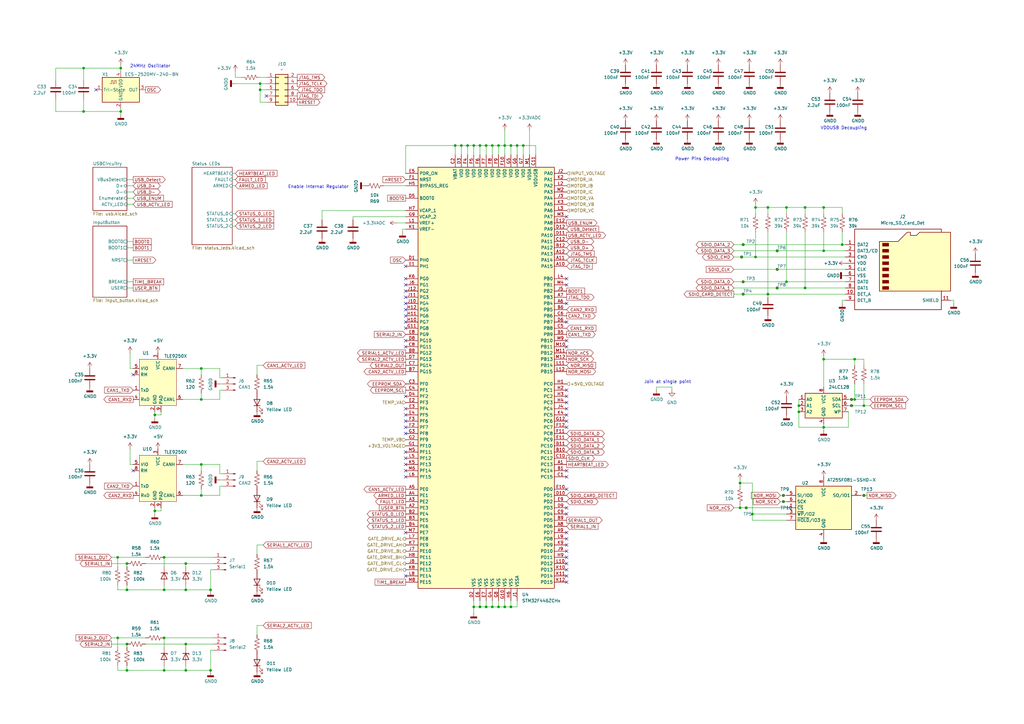
<source format=kicad_sch>
(kicad_sch (version 20211123) (generator eeschema)
  (paper "A3")
  (junction (at 354.33 203.2))
  (junction (at 196.85 59.69))
  (junction (at 303.53 198.12))
  (junction (at 52.07 274.955))
  (junction (at 191.77 59.69))
  (junction (at 309.88 105.41))
  (junction (at 349.25 166.37))
  (junction (at 327.66 166.37))
  (junction (at 309.88 85.09))
  (junction (at 63.5 209.55))
  (junction (at 106.68 36.83))
  (junction (at 34.29 27.94))
  (junction (at 76.2 264.16))
  (junction (at 67.31 261.62))
  (junction (at 76.2 231.14))
  (junction (at 196.85 248.92))
  (junction (at 350.52 163.83))
  (junction (at 194.31 248.92))
  (junction (at 304.165 105.41))
  (junction (at 201.93 248.92))
  (junction (at 63.5 170.18))
  (junction (at 209.55 248.92))
  (junction (at 86.36 241.935))
  (junction (at 201.93 59.69))
  (junction (at 34.29 45.72))
  (junction (at 337.82 85.09))
  (junction (at 303.53 208.28))
  (junction (at 49.53 45.72))
  (junction (at 67.31 228.6))
  (junction (at 207.01 59.69))
  (junction (at 194.31 59.69))
  (junction (at 304.8 100.33))
  (junction (at 67.31 241.935))
  (junction (at 304.8 115.57))
  (junction (at 349.25 163.83))
  (junction (at 318.77 102.87))
  (junction (at 337.82 147.32))
  (junction (at 207.01 248.92))
  (junction (at 322.58 85.09))
  (junction (at 314.96 120.65))
  (junction (at 48.26 228.6))
  (junction (at 330.2 118.11))
  (junction (at 86.36 274.955))
  (junction (at 318.77 110.49))
  (junction (at 306.07 208.28))
  (junction (at 314.96 85.09))
  (junction (at 318.77 118.11))
  (junction (at 199.39 248.92))
  (junction (at 76.2 274.955))
  (junction (at 82.55 163.83))
  (junction (at 330.2 85.09))
  (junction (at 322.58 115.57))
  (junction (at 345.44 100.33))
  (junction (at 106.68 34.29))
  (junction (at 209.55 59.69))
  (junction (at 304.8 120.65))
  (junction (at 350.52 147.32))
  (junction (at 327.66 168.91))
  (junction (at 337.82 102.87))
  (junction (at 49.53 27.94))
  (junction (at 52.07 264.16))
  (junction (at 52.07 241.935))
  (junction (at 82.55 203.2))
  (junction (at 189.23 59.69))
  (junction (at 52.07 231.14))
  (junction (at 82.55 190.5))
  (junction (at 337.82 175.26))
  (junction (at 48.26 261.62))
  (junction (at 354.33 166.37))
  (junction (at 199.39 59.69))
  (junction (at 214.63 59.69))
  (junction (at 321.31 203.2))
  (junction (at 204.47 59.69))
  (junction (at 204.47 248.92))
  (junction (at 76.2 241.935))
  (junction (at 308.61 210.82))
  (junction (at 321.31 205.74))
  (junction (at 67.31 274.955))
  (junction (at 82.55 151.13))
  (junction (at 186.69 59.69))
  (junction (at 212.09 59.69))
  (no_connect (at 54.61 153.67))
  (no_connect (at 54.61 193.04))
  (no_connect (at 232.41 124.46))
  (no_connect (at 166.37 114.3))
  (no_connect (at 166.37 134.62))
  (no_connect (at 166.37 132.08))
  (no_connect (at 166.37 129.54))
  (no_connect (at 166.37 139.7))
  (no_connect (at 166.37 142.24))
  (no_connect (at 166.37 127))
  (no_connect (at 166.37 124.46))
  (no_connect (at 166.37 121.92))
  (no_connect (at 166.37 119.38))
  (no_connect (at 166.37 116.84))
  (no_connect (at 166.37 162.56))
  (no_connect (at 166.37 167.64))
  (no_connect (at 166.37 170.18))
  (no_connect (at 166.37 172.72))
  (no_connect (at 166.37 175.26))
  (no_connect (at 166.37 177.8))
  (no_connect (at 166.37 185.42))
  (no_connect (at 166.37 187.96))
  (no_connect (at 166.37 190.5))
  (no_connect (at 109.22 39.37))
  (no_connect (at 166.37 218.44))
  (no_connect (at 166.37 236.22))
  (no_connect (at 232.41 238.76))
  (no_connect (at 232.41 236.22))
  (no_connect (at 232.41 233.68))
  (no_connect (at 232.41 231.14))
  (no_connect (at 232.41 228.6))
  (no_connect (at 232.41 226.06))
  (no_connect (at 232.41 139.7))
  (no_connect (at 232.41 142.24))
  (no_connect (at 232.41 132.08))
  (no_connect (at 232.41 210.82))
  (no_connect (at 232.41 208.28))
  (no_connect (at 232.41 200.66))
  (no_connect (at 232.41 223.52))
  (no_connect (at 232.41 220.98))
  (no_connect (at 232.41 218.44))
  (no_connect (at 232.41 195.58))
  (no_connect (at 232.41 193.04))
  (no_connect (at 232.41 175.26))
  (no_connect (at 232.41 172.72))
  (no_connect (at 232.41 170.18))
  (no_connect (at 232.41 167.64))
  (no_connect (at 232.41 165.1))
  (no_connect (at 232.41 162.56))
  (no_connect (at 232.41 160.02))
  (no_connect (at 232.41 116.84))
  (no_connect (at 232.41 114.3))
  (no_connect (at 232.41 88.9))
  (no_connect (at 166.37 193.04))
  (no_connect (at 166.37 195.58))
  (no_connect (at 39.37 36.83))
  (no_connect (at 166.37 109.22))
  (wire (pts (xy 309.88 85.09) (xy 309.88 87.63)))
  (wire (pts (xy 304.8 120.65) (xy 314.96 120.65)))
  (wire (pts (xy 49.53 45.72) (xy 49.53 46.99)))
  (wire (pts (xy 22.86 27.94) (xy 34.29 27.94)))
  (wire (pts (xy 330.2 118.11) (xy 330.2 95.25)))
  (wire (pts (xy 34.29 27.94) (xy 49.53 27.94)))
  (wire (pts (xy 66.04 208.28) (xy 66.04 209.55)))
  (wire (pts (xy 76.2 273.05) (xy 76.2 274.955)))
  (wire (pts (xy 322.58 213.36) (xy 308.61 213.36)))
  (wire (pts (xy 52.07 76.2) (xy 54.61 76.2)))
  (wire (pts (xy 90.17 194.31) (xy 91.44 194.31)))
  (wire (pts (xy 82.55 163.83) (xy 90.17 163.83)))
  (wire (pts (xy 90.17 196.85) (xy 91.44 196.85)))
  (wire (pts (xy 109.22 36.83) (xy 106.68 36.83)))
  (wire (pts (xy 269.24 160.02) (xy 269.24 158.75)))
  (wire (pts (xy 45.72 264.16) (xy 52.07 264.16)))
  (wire (pts (xy 48.26 261.62) (xy 59.69 261.62)))
  (wire (pts (xy 209.55 248.92) (xy 207.01 248.92)))
  (wire (pts (xy 219.71 59.69) (xy 214.63 59.69)))
  (wire (pts (xy 207.01 248.92) (xy 204.47 248.92)))
  (wire (pts (xy 52.07 81.28) (xy 54.61 81.28)))
  (wire (pts (xy 48.26 241.935) (xy 52.07 241.935)))
  (wire (pts (xy 354.33 149.86) (xy 354.33 147.32)))
  (wire (pts (xy 106.68 41.91) (xy 106.68 36.83)))
  (wire (pts (xy 106.68 34.29) (xy 109.22 34.29)))
  (wire (pts (xy 275.59 158.75) (xy 275.59 160.02)))
  (wire (pts (xy 53.34 144.78) (xy 53.34 151.13)))
  (wire (pts (xy 186.69 63.5) (xy 186.69 59.69)))
  (wire (pts (xy 107.95 149.86) (xy 105.41 149.86)))
  (wire (pts (xy 337.82 146.05) (xy 337.82 147.32)))
  (wire (pts (xy 76.2 231.14) (xy 87.63 231.14)))
  (wire (pts (xy 52.07 273.05) (xy 52.07 274.955)))
  (wire (pts (xy 63.5 170.18) (xy 63.5 171.45)))
  (wire (pts (xy 303.53 208.28) (xy 306.07 208.28)))
  (wire (pts (xy 306.07 208.28) (xy 322.58 208.28)))
  (wire (pts (xy 67.31 240.03) (xy 67.31 241.935)))
  (wire (pts (xy 347.98 175.26) (xy 337.82 175.26)))
  (wire (pts (xy 48.26 228.6) (xy 48.26 232.41)))
  (wire (pts (xy 132.08 86.36) (xy 166.37 86.36)))
  (wire (pts (xy 199.39 59.69) (xy 201.93 59.69)))
  (wire (pts (xy 74.93 163.83) (xy 82.55 163.83)))
  (wire (pts (xy 76.2 264.16) (xy 87.63 264.16)))
  (wire (pts (xy 204.47 59.69) (xy 204.47 63.5)))
  (wire (pts (xy 300.99 102.87) (xy 318.77 102.87)))
  (wire (pts (xy 66.04 209.55) (xy 63.5 209.55)))
  (wire (pts (xy 300.99 208.28) (xy 303.53 208.28)))
  (wire (pts (xy 66.04 168.91) (xy 66.04 170.18)))
  (wire (pts (xy 67.31 273.05) (xy 67.31 274.955)))
  (wire (pts (xy 321.31 203.2) (xy 322.58 203.2)))
  (wire (pts (xy 82.55 190.5) (xy 90.17 190.5)))
  (wire (pts (xy 354.33 166.37) (xy 356.87 166.37)))
  (wire (pts (xy 204.47 59.69) (xy 207.01 59.69)))
  (wire (pts (xy 303.53 198.12) (xy 303.53 199.39)))
  (wire (pts (xy 207.01 53.34) (xy 207.01 59.69)))
  (wire (pts (xy 347.98 168.91) (xy 347.98 175.26)))
  (wire (pts (xy 90.17 190.5) (xy 90.17 194.31)))
  (wire (pts (xy 144.78 88.9) (xy 166.37 88.9)))
  (wire (pts (xy 320.04 203.2) (xy 321.31 203.2)))
  (wire (pts (xy 194.31 246.38) (xy 194.31 248.92)))
  (wire (pts (xy 303.53 196.85) (xy 303.53 198.12)))
  (wire (pts (xy 350.52 149.86) (xy 350.52 147.32)))
  (wire (pts (xy 67.31 261.62) (xy 87.63 261.62)))
  (wire (pts (xy 52.07 231.14) (xy 52.07 232.41)))
  (wire (pts (xy 67.31 274.955) (xy 76.2 274.955)))
  (wire (pts (xy 201.93 248.92) (xy 199.39 248.92)))
  (wire (pts (xy 90.17 157.48) (xy 91.44 157.48)))
  (wire (pts (xy 199.39 59.69) (xy 199.39 63.5)))
  (wire (pts (xy 346.71 118.11) (xy 330.2 118.11)))
  (wire (pts (xy 318.77 118.11) (xy 330.2 118.11)))
  (wire (pts (xy 132.08 90.17) (xy 132.08 86.36)))
  (wire (pts (xy 165.1 93.98) (xy 166.37 93.98)))
  (wire (pts (xy 201.93 246.38) (xy 201.93 248.92)))
  (wire (pts (xy 350.52 157.48) (xy 350.52 163.83)))
  (wire (pts (xy 327.66 166.37) (xy 327.66 168.91)))
  (wire (pts (xy 66.04 170.18) (xy 63.5 170.18)))
  (wire (pts (xy 90.17 199.39) (xy 91.44 199.39)))
  (wire (pts (xy 354.33 147.32) (xy 350.52 147.32)))
  (wire (pts (xy 82.55 151.13) (xy 82.55 153.67)))
  (wire (pts (xy 166.37 59.69) (xy 186.69 59.69)))
  (wire (pts (xy 76.2 264.16) (xy 76.2 265.43)))
  (wire (pts (xy 309.88 105.41) (xy 346.71 105.41)))
  (wire (pts (xy 96.52 29.21) (xy 96.52 31.75)))
  (wire (pts (xy 322.58 210.82) (xy 308.61 210.82)))
  (wire (pts (xy 157.48 76.2) (xy 166.37 76.2)))
  (wire (pts (xy 82.55 200.66) (xy 82.55 203.2)))
  (wire (pts (xy 107.95 189.23) (xy 105.41 189.23)))
  (wire (pts (xy 90.17 160.02) (xy 91.44 160.02)))
  (wire (pts (xy 22.86 45.72) (xy 34.29 45.72)))
  (wire (pts (xy 95.25 76.2) (xy 96.52 76.2)))
  (wire (pts (xy 217.17 53.34) (xy 217.17 63.5)))
  (wire (pts (xy 52.07 101.6) (xy 54.61 101.6)))
  (wire (pts (xy 34.29 40.64) (xy 34.29 45.72)))
  (wire (pts (xy 345.44 87.63) (xy 345.44 85.09)))
  (wire (pts (xy 86.36 274.955) (xy 86.36 275.59)))
  (wire (pts (xy 194.31 59.69) (xy 194.31 63.5)))
  (wire (pts (xy 345.44 95.25) (xy 345.44 100.33)))
  (wire (pts (xy 353.06 203.2) (xy 354.33 203.2)))
  (wire (pts (xy 52.07 118.11) (xy 54.61 118.11)))
  (wire (pts (xy 309.88 95.25) (xy 309.88 105.41)))
  (wire (pts (xy 52.07 99.06) (xy 54.61 99.06)))
  (wire (pts (xy 322.58 85.09) (xy 314.96 85.09)))
  (wire (pts (xy 201.93 59.69) (xy 204.47 59.69)))
  (wire (pts (xy 90.17 151.13) (xy 90.17 154.94)))
  (wire (pts (xy 350.52 163.83) (xy 356.87 163.83)))
  (wire (pts (xy 52.07 83.82) (xy 54.61 83.82)))
  (wire (pts (xy 309.88 83.82) (xy 309.88 85.09)))
  (wire (pts (xy 76.2 240.03) (xy 76.2 241.935)))
  (wire (pts (xy 109.22 41.91) (xy 106.68 41.91)))
  (wire (pts (xy 354.33 157.48) (xy 354.33 166.37)))
  (wire (pts (xy 49.53 27.94) (xy 49.53 29.21)))
  (wire (pts (xy 95.25 71.12) (xy 96.52 71.12)))
  (wire (pts (xy 86.36 266.7) (xy 86.36 274.955)))
  (wire (pts (xy 201.93 59.69) (xy 201.93 63.5)))
  (wire (pts (xy 166.37 71.12) (xy 166.37 59.69)))
  (wire (pts (xy 95.25 73.66) (xy 96.52 73.66)))
  (wire (pts (xy 63.5 209.55) (xy 63.5 210.82)))
  (wire (pts (xy 337.82 147.32) (xy 337.82 158.75)))
  (wire (pts (xy 320.04 205.74) (xy 321.31 205.74)))
  (wire (pts (xy 63.5 208.28) (xy 63.5 209.55)))
  (wire (pts (xy 314.96 95.25) (xy 314.96 120.65)))
  (wire (pts (xy 191.77 59.69) (xy 191.77 63.5)))
  (wire (pts (xy 196.85 248.92) (xy 194.31 248.92)))
  (wire (pts (xy 321.31 205.74) (xy 322.58 205.74)))
  (wire (pts (xy 59.69 264.16) (xy 76.2 264.16)))
  (wire (pts (xy 204.47 246.38) (xy 204.47 248.92)))
  (wire (pts (xy 204.47 248.92) (xy 201.93 248.92)))
  (wire (pts (xy 52.07 106.68) (xy 54.61 106.68)))
  (wire (pts (xy 53.34 151.13) (xy 54.61 151.13)))
  (wire (pts (xy 76.2 241.935) (xy 86.36 241.935)))
  (wire (pts (xy 300.99 118.11) (xy 318.77 118.11)))
  (wire (pts (xy 199.39 246.38) (xy 199.39 248.92)))
  (wire (pts (xy 90.17 154.94) (xy 91.44 154.94)))
  (wire (pts (xy 52.07 78.74) (xy 54.61 78.74)))
  (wire (pts (xy 165.1 95.25) (xy 165.1 93.98)))
  (wire (pts (xy 189.23 59.69) (xy 189.23 63.5)))
  (wire (pts (xy 199.39 248.92) (xy 196.85 248.92)))
  (wire (pts (xy 207.01 59.69) (xy 207.01 63.5)))
  (wire (pts (xy 345.44 100.33) (xy 346.71 100.33)))
  (wire (pts (xy 67.31 241.935) (xy 76.2 241.935)))
  (wire (pts (xy 327.66 168.91) (xy 327.66 175.26)))
  (wire (pts (xy 304.8 100.33) (xy 345.44 100.33)))
  (wire (pts (xy 74.93 203.2) (xy 82.55 203.2)))
  (wire (pts (xy 86.36 241.935) (xy 86.36 242.57)))
  (wire (pts (xy 52.07 240.03) (xy 52.07 241.935)))
  (wire (pts (xy 327.66 163.83) (xy 327.66 166.37)))
  (wire (pts (xy 95.25 87.63) (xy 96.52 87.63)))
  (wire (pts (xy 349.25 166.37) (xy 347.98 166.37)))
  (wire (pts (xy 34.29 45.72) (xy 49.53 45.72)))
  (wire (pts (xy 96.52 31.75) (xy 99.06 31.75)))
  (wire (pts (xy 391.16 123.19) (xy 389.89 123.19)))
  (wire (pts (xy 349.25 163.83) (xy 347.98 163.83)))
  (wire (pts (xy 337.82 173.99) (xy 337.82 175.26)))
  (wire (pts (xy 337.82 87.63) (xy 337.82 85.09)))
  (wire (pts (xy 346.71 115.57) (xy 322.58 115.57)))
  (wire (pts (xy 48.26 273.05) (xy 48.26 274.955)))
  (wire (pts (xy 105.41 223.52) (xy 105.41 227.33)))
  (wire (pts (xy 48.26 240.03) (xy 48.26 241.935)))
  (wire (pts (xy 86.36 266.7) (xy 87.63 266.7)))
  (wire (pts (xy 350.52 147.32) (xy 337.82 147.32)))
  (wire (pts (xy 209.55 59.69) (xy 209.55 63.5)))
  (wire (pts (xy 95.25 90.17) (xy 96.52 90.17)))
  (wire (pts (xy 52.07 274.955) (xy 67.31 274.955)))
  (wire (pts (xy 309.88 85.09) (xy 314.96 85.09)))
  (wire (pts (xy 337.82 175.26) (xy 337.82 176.53)))
  (wire (pts (xy 53.34 190.5) (xy 54.61 190.5)))
  (wire (pts (xy 34.29 33.02) (xy 34.29 27.94)))
  (wire (pts (xy 308.61 213.36) (xy 308.61 210.82)))
  (wire (pts (xy 82.55 203.2) (xy 90.17 203.2)))
  (wire (pts (xy 196.85 59.69) (xy 199.39 59.69)))
  (wire (pts (xy 52.07 73.66) (xy 54.61 73.66)))
  (wire (pts (xy 105.41 189.23) (xy 105.41 193.04)))
  (wire (pts (xy 74.93 190.5) (xy 82.55 190.5)))
  (wire (pts (xy 22.86 40.64) (xy 22.86 45.72)))
  (wire (pts (xy 63.5 168.91) (xy 63.5 170.18)))
  (wire (pts (xy 106.68 31.75) (xy 109.22 31.75)))
  (wire (pts (xy 391.16 124.46) (xy 391.16 123.19)))
  (wire (pts (xy 82.55 151.13) (xy 90.17 151.13)))
  (wire (pts (xy 162.56 91.44) (xy 166.37 91.44)))
  (wire (pts (xy 214.63 59.69) (xy 214.63 63.5)))
  (wire (pts (xy 49.53 44.45) (xy 49.53 45.72)))
  (wire (pts (xy 303.53 207.01) (xy 303.53 208.28)))
  (wire (pts (xy 314.96 120.65) (xy 346.71 120.65)))
  (wire (pts (xy 207.01 246.38) (xy 207.01 248.92)))
  (wire (pts (xy 337.82 102.87) (xy 337.82 95.25)))
  (wire (pts (xy 49.53 26.67) (xy 49.53 27.94)))
  (wire (pts (xy 300.99 100.33) (xy 304.8 100.33)))
  (wire (pts (xy 304.165 105.41) (xy 309.88 105.41)))
  (wire (pts (xy 45.72 228.6) (xy 48.26 228.6)))
  (wire (pts (xy 300.99 105.41) (xy 304.165 105.41)))
  (wire (pts (xy 346.71 102.87) (xy 337.82 102.87)))
  (wire (pts (xy 48.26 261.62) (xy 48.26 265.43)))
  (wire (pts (xy 22.86 33.02) (xy 22.86 27.94)))
  (wire (pts (xy 105.41 256.54) (xy 105.41 260.35)))
  (wire (pts (xy 105.41 149.86) (xy 105.41 153.67)))
  (wire (pts (xy 107.95 223.52) (xy 105.41 223.52)))
  (wire (pts (xy 45.72 261.62) (xy 48.26 261.62)))
  (wire (pts (xy 212.09 246.38) (xy 212.09 248.92)))
  (wire (pts (xy 189.23 59.69) (xy 191.77 59.69)))
  (wire (pts (xy 90.17 203.2) (xy 90.17 199.39)))
  (wire (pts (xy 337.82 85.09) (xy 330.2 85.09)))
  (wire (pts (xy 318.77 110.49) (xy 346.71 110.49)))
  (wire (pts (xy 330.2 85.09) (xy 322.58 85.09)))
  (wire (pts (xy 106.68 34.29) (xy 106.68 36.83)))
  (wire (pts (xy 59.69 231.14) (xy 76.2 231.14)))
  (wire (pts (xy 52.07 241.935) (xy 67.31 241.935)))
  (wire (pts (xy 350.52 163.83) (xy 349.25 163.83)))
  (wire (pts (xy 322.58 87.63) (xy 322.58 85.09)))
  (wire (pts (xy 345.44 123.19) (xy 346.71 123.19)))
  (wire (pts (xy 345.44 124.46) (xy 345.44 123.19)))
  (wire (pts (xy 82.55 161.29) (xy 82.55 163.83)))
  (wire (pts (xy 209.55 246.38) (xy 209.55 248.92)))
  (wire (pts (xy 95.25 92.71) (xy 96.52 92.71)))
  (wire (pts (xy 96.52 34.29) (xy 106.68 34.29)))
  (wire (pts (xy 327.66 175.26) (xy 337.82 175.26)))
  (wire (pts (xy 269.24 158.75) (xy 275.59 158.75)))
  (wire (pts (xy 322.58 115.57) (xy 322.58 95.25)))
  (wire (pts (xy 86.36 233.68) (xy 87.63 233.68)))
  (wire (pts (xy 212.09 248.92) (xy 209.55 248.92)))
  (wire (pts (xy 314.96 85.09) (xy 314.96 87.63)))
  (wire (pts (xy 337.82 85.09) (xy 345.44 85.09)))
  (wire (pts (xy 107.95 256.54) (xy 105.41 256.54)))
  (wire (pts (xy 86.36 233.68) (xy 86.36 241.935)))
  (wire (pts (xy 354.33 166.37) (xy 349.25 166.37)))
  (wire (pts (xy 196.85 59.69) (xy 196.85 63.5)))
  (wire (pts (xy 144.78 90.17) (xy 144.78 88.9)))
  (wire (pts (xy 48.26 228.6) (xy 59.69 228.6)))
  (wire (pts (xy 48.26 274.955) (xy 52.07 274.955)))
  (wire (pts (xy 52.07 264.16) (xy 52.07 265.43)))
  (wire (pts (xy 82.55 190.5) (xy 82.55 193.04)))
  (wire (pts (xy 304.8 115.57) (xy 322.58 115.57)))
  (wire (pts (xy 318.77 102.87) (xy 337.82 102.87)))
  (wire (pts (xy 219.71 63.5) (xy 219.71 59.69)))
  (wire (pts (xy 300.99 120.65) (xy 304.8 120.65)))
  (wire (pts (xy 308.61 210.82) (xy 308.61 198.12)))
  (wire (pts (xy 196.85 246.38) (xy 196.85 248.92)))
  (wire (pts (xy 45.72 231.14) (xy 52.07 231.14)))
  (wire (pts (xy 191.77 59.69) (xy 194.31 59.69)))
  (wire (pts (xy 67.31 228.6) (xy 87.63 228.6)))
  (wire (pts (xy 212.09 59.69) (xy 214.63 59.69)))
  (wire (pts (xy 300.99 110.49) (xy 318.77 110.49)))
  (wire (pts (xy 186.69 59.69) (xy 189.23 59.69)))
  (wire (pts (xy 74.93 151.13) (xy 82.55 151.13)))
  (wire (pts (xy 90.17 163.83) (xy 90.17 160.02)))
  (wire (pts (xy 194.31 59.69) (xy 196.85 59.69)))
  (wire (pts (xy 354.33 203.2) (xy 355.6 203.2)))
  (wire (pts (xy 53.34 184.15) (xy 53.34 190.5)))
  (wire (pts (xy 209.55 59.69) (xy 212.09 59.69)))
  (wire (pts (xy 67.31 261.62) (xy 67.31 265.43)))
  (wire (pts (xy 330.2 87.63) (xy 330.2 85.09)))
  (wire (pts (xy 303.53 198.12) (xy 308.61 198.12)))
  (wire (pts (xy 207.01 59.69) (xy 209.55 59.69)))
  (wire (pts (xy 76.2 231.14) (xy 76.2 232.41)))
  (wire (pts (xy 52.07 115.57) (xy 54.61 115.57)))
  (wire (pts (xy 314.96 120.65) (xy 314.96 121.92)))
  (wire (pts (xy 300.99 115.57) (xy 304.8 115.57)))
  (wire (pts (xy 67.31 228.6) (xy 67.31 232.41)))
  (wire (pts (xy 76.2 274.955) (xy 86.36 274.955)))
  (wire (pts (xy 194.31 248.92) (xy 194.31 251.46)))
  (wire (pts (xy 212.09 59.69) (xy 212.09 63.5)))
  (text "24MHz Oscillator" (at 53.34 27.94 0) (effects (font (size 1.27 1.27)) (justify left bottom)))
  (text "Enable Internal Regulator" (at 118.11 77.47 0) (effects (font (size 1.27 1.27)) (justify left bottom)))
  (text "Power Pins Decoupling" (at 276.86 66.04 0) (effects (font (size 1.27 1.27)) (justify left bottom)))
  (text "VDDUSB Decoupling" (at 336.55 53.34 0) (effects (font (size 1.27 1.27)) (justify left bottom)))
  (text "Join at single point" (at 264.16 157.48 0) (effects (font (size 1.27 1.27)) (justify left bottom)))
  (global_label "NOR_MISO" (shape input) (at 232.41 149.86 0) (property "Intersheet References" "${INTERSHEET_REFS}" (effects hide)))
  (global_label "NOR_SCK" (shape output) (at 232.41 147.32 0) (property "Intersheet References" "${INTERSHEET_REFS}" (effects hide)))
  (global_label "SDIO_DATA_0" (shape bidirectional) (at 232.41 177.8 0) (property "Intersheet References" "${INTERSHEET_REFS}" (effects hide)))
  (global_label "NOR_nCS" (shape output) (at 232.41 144.78 0) (property "Intersheet References" "${INTERSHEET_REFS}" (effects hide)))
  (global_label "ARMED_LED" (shape input) (at 96.52 76.2 0) (property "Intersheet References" "${INTERSHEET_REFS}" (effects hide)))
  (global_label "BOOT0" (shape passive) (at 54.61 99.06 0) (property "Intersheet References" "${INTERSHEET_REFS}" (effects hide)))
  (global_label "CAN1_TXD" (shape output) (at 232.41 137.16 0) (property "Intersheet References" "${INTERSHEET_REFS}" (effects hide)))
  (global_label "USB_D+" (shape bidirectional) (at 54.61 76.2 0) (property "Intersheet References" "${INTERSHEET_REFS}" (effects hide)))
  (global_label "SDIO_CARD_DETECT" (shape input) (at 232.41 203.2 0) (property "Intersheet References" "${INTERSHEET_REFS}" (effects hide)))
  (global_label "JTAG_TCLK" (shape input) (at 232.41 106.68 0) (property "Intersheet References" "${INTERSHEET_REFS}" (effects hide)))
  (global_label "USB_D-" (shape bidirectional) (at 232.41 99.06 0) (property "Intersheet References" "${INTERSHEET_REFS}" (effects hide)))
  (global_label "SERIAL1_OUT" (shape output) (at 232.41 213.36 0) (property "Intersheet References" "${INTERSHEET_REFS}" (effects hide)))
  (global_label "SDIO_DATA_2" (shape bidirectional) (at 232.41 182.88 0) (property "Intersheet References" "${INTERSHEET_REFS}" (effects hide)))
  (global_label "HEARTBEAT_LED" (shape input) (at 96.52 71.12 0) (property "Intersheet References" "${INTERSHEET_REFS}" (effects hide)))
  (global_label "USB_ENUM" (shape output) (at 232.41 91.44 0) (property "Intersheet References" "${INTERSHEET_REFS}" (effects hide)))
  (global_label "SDIO_CLK" (shape output) (at 232.41 187.96 0) (property "Intersheet References" "${INTERSHEET_REFS}" (effects hide)))
  (global_label "EEPROM_SDA" (shape bidirectional) (at 166.37 157.48 180) (property "Intersheet References" "${INTERSHEET_REFS}" (effects hide)))
  (global_label "EEPROM_SCL" (shape input) (at 356.87 166.37 0) (property "Intersheet References" "${INTERSHEET_REFS}" (effects hide)))
  (global_label "ARMED_LED" (shape output) (at 166.37 203.2 180) (property "Intersheet References" "${INTERSHEET_REFS}" (effects hide)))
  (global_label "JTAG_TMS" (shape output) (at 121.92 31.75 0) (property "Intersheet References" "${INTERSHEET_REFS}" (effects hide)))
  (global_label "nRESET" (shape output) (at 54.61 106.68 0) (property "Intersheet References" "${INTERSHEET_REFS}" (effects hide)))
  (global_label "CAN2_RXD" (shape output) (at 54.61 203.2 180) (property "Intersheet References" "${INTERSHEET_REFS}" (effects hide)))
  (global_label "JTAG_TDO" (shape input) (at 121.92 36.83 0) (property "Intersheet References" "${INTERSHEET_REFS}" (effects hide)))
  (global_label "CAN2_TXD" (shape output) (at 232.41 129.54 0) (property "Intersheet References" "${INTERSHEET_REFS}" (effects hide)))
  (global_label "SDIO_CMD" (shape bidirectional) (at 232.41 205.74 0) (property "Intersheet References" "${INTERSHEET_REFS}" (effects hide)))
  (global_label "USB_D-" (shape bidirectional) (at 54.61 78.74 0) (property "Intersheet References" "${INTERSHEET_REFS}" (effects hide)))
  (global_label "USB_D+" (shape bidirectional) (at 232.41 101.6 0) (property "Intersheet References" "${INTERSHEET_REFS}" (effects hide)))
  (global_label "STATUS_0_LED" (shape input) (at 96.52 87.63 0) (property "Intersheet References" "${INTERSHEET_REFS}" (effects hide)))
  (global_label "SDIO_DATA_0" (shape bidirectional) (at 300.99 115.57 180) (property "Intersheet References" "${INTERSHEET_REFS}" (effects hide)))
  (global_label "CAN1_ACTV_LED" (shape output) (at 166.37 200.66 180) (property "Intersheet References" "${INTERSHEET_REFS}" (effects hide)))
  (global_label "SDIO_CLK" (shape input) (at 300.99 110.49 180) (property "Intersheet References" "${INTERSHEET_REFS}" (effects hide)))
  (global_label "NOR_SCK" (shape input) (at 320.04 205.74 180) (property "Intersheet References" "${INTERSHEET_REFS}" (effects hide)))
  (global_label "JTAG_TDI" (shape output) (at 121.92 39.37 0) (property "Intersheet References" "${INTERSHEET_REFS}" (effects hide)))
  (global_label "BOOT1" (shape passive) (at 232.41 119.38 0) (property "Intersheet References" "${INTERSHEET_REFS}" (effects hide)))
  (global_label "SERIAL2_OUT" (shape input) (at 45.72 261.62 180) (property "Intersheet References" "${INTERSHEET_REFS}" (effects hide)))
  (global_label "CAN2_ACTV_LED" (shape output) (at 166.37 152.4 180) (property "Intersheet References" "${INTERSHEET_REFS}" (effects hide)))
  (global_label "NOR_nCS" (shape input) (at 300.99 208.28 180) (property "Intersheet References" "${INTERSHEET_REFS}" (effects hide)))
  (global_label "SERIAL2_IN" (shape input) (at 166.37 137.16 180) (property "Intersheet References" "${INTERSHEET_REFS}" (effects hide)))
  (global_label "JTAG_TCLK" (shape output) (at 121.92 34.29 0) (property "Intersheet References" "${INTERSHEET_REFS}" (effects hide)))
  (global_label "NOR_MISO" (shape output) (at 355.6 203.2 0) (property "Intersheet References" "${INTERSHEET_REFS}" (effects hide)))
  (global_label "SDIO_DATA_3" (shape bidirectional) (at 300.99 102.87 180) (property "Intersheet References" "${INTERSHEET_REFS}" (effects hide)))
  (global_label "SDIO_DATA_1" (shape bidirectional) (at 300.99 118.11 180) (property "Intersheet References" "${INTERSHEET_REFS}" (effects hide)))
  (global_label "STATUS_0_LED" (shape output) (at 166.37 210.82 180) (property "Intersheet References" "${INTERSHEET_REFS}" (effects hide)))
  (global_label "SDIO_CMD" (shape bidirectional) (at 300.99 105.41 180) (property "Intersheet References" "${INTERSHEET_REFS}" (effects hide)))
  (global_label "EEPROM_SCL" (shape output) (at 166.37 160.02 180) (property "Intersheet References" "${INTERSHEET_REFS}" (effects hide)))
  (global_label "CAN2_RXD" (shape input) (at 232.41 127 0) (property "Intersheet References" "${INTERSHEET_REFS}" (effects hide)))
  (global_label "CAN2_TXD" (shape input) (at 54.61 199.39 180) (property "Intersheet References" "${INTERSHEET_REFS}" (effects hide)))
  (global_label "USB_Detect" (shape output) (at 54.61 73.66 0) (property "Intersheet References" "${INTERSHEET_REFS}" (effects hide)))
  (global_label "SDIO_CARD_DETECT" (shape output) (at 300.99 120.65 180) (property "Intersheet References" "${INTERSHEET_REFS}" (effects hide)))
  (global_label "SERIAL1_OUT" (shape input) (at 45.72 228.6 180) (property "Intersheet References" "${INTERSHEET_REFS}" (effects hide)))
  (global_label "TIM1_BREAK" (shape passive) (at 166.37 238.76 180) (property "Intersheet References" "${INTERSHEET_REFS}" (effects hide)))
  (global_label "STATUS_2_LED" (shape output) (at 166.37 215.9 180) (property "Intersheet References" "${INTERSHEET_REFS}" (effects hide)))
  (global_label "SERIAL2_ACTV_LED" (shape input) (at 107.95 256.54 0) (property "Intersheet References" "${INTERSHEET_REFS}" (effects hide)))
  (global_label "USER_BTN" (shape passive) (at 54.61 118.11 0) (property "Intersheet References" "${INTERSHEET_REFS}" (effects hide)))
  (global_label "SERIAL1_ACTV_LED" (shape output) (at 166.37 144.78 180) (property "Intersheet References" "${INTERSHEET_REFS}" (effects hide)))
  (global_label "JTAG_TDI" (shape input) (at 232.41 109.22 0) (property "Intersheet References" "${INTERSHEET_REFS}" (effects hide)))
  (global_label "CAN1_RXD" (shape output) (at 54.61 163.83 180) (property "Intersheet References" "${INTERSHEET_REFS}" (effects hide)))
  (global_label "SERIAL1_ACTV_LED" (shape input) (at 107.95 223.52 0) (property "Intersheet References" "${INTERSHEET_REFS}" (effects hide)))
  (global_label "USB_ACTV_LED" (shape input) (at 54.61 83.82 0) (property "Intersheet References" "${INTERSHEET_REFS}" (effects hide)))
  (global_label "BOOT0" (shape passive) (at 166.37 81.28 180) (property "Intersheet References" "${INTERSHEET_REFS}" (effects hide)))
  (global_label "USB_ENUM" (shape input) (at 54.61 81.28 0) (property "Intersheet References" "${INTERSHEET_REFS}" (effects hide)))
  (global_label "JTAG_TDO" (shape output) (at 232.41 121.92 0) (property "Intersheet References" "${INTERSHEET_REFS}" (effects hide)))
  (global_label "USB_Detect" (shape input) (at 232.41 93.98 0) (property "Intersheet References" "${INTERSHEET_REFS}" (effects hide)))
  (global_label "OSC" (shape input) (at 166.37 106.68 180) (property "Intersheet References" "${INTERSHEET_REFS}" (effects hide)))
  (global_label "STATUS_1_LED" (shape output) (at 166.37 213.36 180) (property "Intersheet References" "${INTERSHEET_REFS}" (effects hide)))
  (global_label "JTAG_TMS" (shape input) (at 232.41 104.14 0) (property "Intersheet References" "${INTERSHEET_REFS}" (effects hide)))
  (global_label "SDIO_DATA_3" (shape bidirectional) (at 232.41 185.42 0) (property "Intersheet References" "${INTERSHEET_REFS}" (effects hide)))
  (global_label "nRESET" (shape input) (at 166.37 73.66 180) (property "Intersheet References" "${INTERSHEET_REFS}" (effects hide)))
  (global_label "CAN1_ACTV_LED" (shape input) (at 107.95 149.86 0) (property "Intersheet References" "${INTERSHEET_REFS}" (effects hide)))
  (global_label "SERIAL2_IN" (shape output) (at 45.72 264.16 180) (property "Intersheet References" "${INTERSHEET_REFS}" (effects hide)))
  (global_label "CAN1_RXD" (shape input) (at 232.41 134.62 0) (property "Intersheet References" "${INTERSHEET_REFS}" (effects hide)))
  (global_label "NOR_MOSI" (shape input) (at 320.04 203.2 180) (property "Intersheet References" "${INTERSHEET_REFS}" (effects hide)))
  (global_label "NOR_MOSI" (shape output) (at 232.41 152.4 0) (property "Intersheet References" "${INTERSHEET_REFS}" (effects hide)))
  (global_label "SDIO_DATA_2" (shape bidirectional) (at 300.99 100.33 180) (property "Intersheet References" "${INTERSHEET_REFS}" (effects hide)))
  (global_label "FAULT_LED" (shape output) (at 166.37 205.74 180) (property "Intersheet References" "${INTERSHEET_REFS}" (effects hide)))
  (global_label "SERIAL2_OUT" (shape output) (at 166.37 149.86 180) (property "Intersheet References" "${INTERSHEET_REFS}" (effects hide)))
  (global_label "FAULT_LED" (shape input) (at 96.52 73.66 0) (property "Intersheet References" "${INTERSHEET_REFS}" (effects hide)))
  (global_label "SERIAL1_IN" (shape input) (at 232.41 215.9 0) (property "Intersheet References" "${INTERSHEET_REFS}" (effects hide)))
  (global_label "STATUS_2_LED" (shape input) (at 96.52 92.71 0) (property "Intersheet References" "${INTERSHEET_REFS}" (effects hide)))
  (global_label "STATUS_1_LED" (shape input) (at 96.52 90.17 0) (property "Intersheet References" "${INTERSHEET_REFS}" (effects hide)))
  (global_label "CAN2_ACTV_LED" (shape input) (at 107.95 189.23 0) (property "Intersheet References" "${INTERSHEET_REFS}" (effects hide)))
  (global_label "OSC" (shape output) (at 59.69 36.83 0) (property "Intersheet References" "${INTERSHEET_REFS}" (effects hide)))
  (global_label "nRESET" (shape output) (at 121.92 41.91 0) (property "Intersheet References" "${INTERSHEET_REFS}" (effects hide)))
  (global_label "USB_ACTV_LED" (shape output) (at 232.41 96.52 0) (property "Intersheet References" "${INTERSHEET_REFS}" (effects hide)))
  (global_label "SERIAL1_IN" (shape output) (at 45.72 231.14 180) (property "Intersheet References" "${INTERSHEET_REFS}" (effects hide)))
  (global_label "HEARTBEAT_LED" (shape output) (at 232.41 190.5 0) (property "Intersheet References" "${INTERSHEET_REFS}" (effects hide)))
  (global_label "CAN1_TXD" (shape input) (at 54.61 160.02 180) (property "Intersheet References" "${INTERSHEET_REFS}" (effects hide)))
  (global_label "USER_BTN" (shape passive) (at 166.37 208.28 180) (property "Intersheet References" "${INTERSHEET_REFS}" (effects hide)))
  (global_label "SDIO_DATA_1" (shape bidirectional) (at 232.41 180.34 0) (property "Intersheet References" "${INTERSHEET_REFS}" (effects hide)))
  (global_label "EEPROM_SDA" (shape bidirectional) (at 356.87 163.83 0) (property "Intersheet References" "${INTERSHEET_REFS}" (effects hide)))
  (global_label "BOOT1" (shape passive) (at 54.61 101.6 0) (property "Intersheet References" "${INTERSHEET_REFS}" (effects hide)))
  (global_label "TIM1_BREAK" (shape passive) (at 54.61 115.57 0) (property "Intersheet References" "${INTERSHEET_REFS}" (effects hide)))
  (global_label "SERIAL2_ACTV_LED" (shape output) (at 166.37 147.32 180) (property "Intersheet References" "${INTERSHEET_REFS}" (effects hide)))
  (hierarchical_label "GATE_DRIVE_CH" (shape output) (at 166.37 233.68 180))
  (hierarchical_label "MOTOR_IB" (shape input) (at 232.41 76.2 0))
  (hierarchical_label "TEMP_VA" (shape input) (at 166.37 165.1 180))
  (hierarchical_label "INPUT_VOLTAGE" (shape input) (at 232.41 71.12 0))
  (hierarchical_label "+5V0_VOLTAGE" (shape input) (at 232.41 157.48 0))
  (hierarchical_label "MOTOR_VA" (shape input) (at 232.41 81.28 0))
  (hierarchical_label "MOTOR_VB" (shape input) (at 232.41 83.82 0))
  (hierarchical_label "MOTOR_VC" (shape input) (at 232.41 86.36 0))
  (hierarchical_label "GATE_DRIVE_AL" (shape output) (at 166.37 220.98 180))
  (hierarchical_label "GATE_DRIVE_CL" (shape output) (at 166.37 231.14 180))
  (hierarchical_label "MOTOR_IC" (shape input) (at 232.41 78.74 0))
  (hierarchical_label "MOTOR_IA" (shape input) (at 232.41 73.66 0))
  (hierarchical_label "GATE_DRIVE_BL" (shape output) (at 166.37 226.06 180))
  (hierarchical_label "TEMP_VB" (shape input) (at 166.37 180.34 180))
  (hierarchical_label "+3V3_VOLTAGE" (shape input) (at 166.37 182.88 180))
  (hierarchical_label "GATE_DRIVE_BH" (shape output) (at 166.37 228.6 180))
  (hierarchical_label "GATE_DRIVE_AH" (shape output) (at 166.37 223.52 180))
  (symbol (lib_id "Connector_Generic:Conn_02x05_Odd_Even") (at 114.3 36.83 0) (unit 1)
    (property "Reference" "J10" (at 115.57 26.2382 0))
    (property "Value" "~" (at 115.57 28.5496 0))
    (property "Footprint" "Connector_PinHeader_1.27mm:PinHeader_2x05_P1.27mm_Vertical" (effects hide))
    (property "DigiKey" "609-3712-ND" (effects hide))
  )
  (symbol (lib_id "power:+3.3V") (at 351.79 38.1 0) (unit 1)
    (property "Reference" "#PWR0121" (effects hide))
    (property "Value" "+3.3V" (at 351.79 33.02 0))
  )
  (symbol (lib_id "Device:C") (at 359.41 217.17 180) (unit 1)
    (property "Reference" "C55" (at 353.06 215.9 0) (effects (justify right)))
    (property "Value" "100nF" (at 350.52 218.44 0) (effects (justify right)))
    (property "Footprint" "Capacitor_SMD:C_0402_1005Metric" (effects hide))
    (property "JLCPCB" "C307331" (effects hide))
  )
  (symbol (lib_id "power:GNDD") (at 307.34 34.29 0) (unit 1)
    (property "Reference" "#PWR0101" (effects hide))
    (property "Value" "GNDD" (at 304.8 38.1 0) (effects (justify left)))
  )
  (symbol (lib_id "Device:C") (at 294.64 53.34 180) (unit 1)
    (property "Reference" "C46" (at 288.29 52.07 0) (effects (justify right)))
    (property "Value" "100nF" (at 285.75 54.61 0) (effects (justify right)))
    (property "Footprint" "Capacitor_SMD:C_0402_1005Metric" (effects hide))
    (property "JLCPCB" "C307331" (effects hide))
  )
  (symbol (lib_id "Device:R_US") (at 52.07 269.24 0) (unit 1)
    (property "Reference" "R83" (at 54.61 267.9699 0) (effects (justify left)))
    (property "Value" "100k" (at 54.61 270.5099 0) (effects (justify left)))
    (property "Footprint" "Resistor_SMD:R_0402_1005Metric" (effects hide))
    (property "JLCPCB" "C25741" (effects hide))
  )
  (symbol (lib_id "Device:R_US") (at 52.07 236.22 0) (unit 1)
    (property "Reference" "R82" (at 54.61 234.9499 0) (effects (justify left)))
    (property "Value" "100k" (at 54.61 237.4899 0) (effects (justify left)))
    (property "Footprint" "Resistor_SMD:R_0402_1005Metric" (effects hide))
    (property "JLCPCB" "C25741" (effects hide))
  )
  (symbol (lib_id "Connector:Conn_01x03_Male") (at 92.71 264.16 0) (mirror y) (unit 1)
    (property "Reference" "J8" (at 93.98 262.8899 0) (effects (justify right)))
    (property "Value" "Serial2" (at 93.98 265.4299 0) (effects (justify right)))
    (property "Footprint" "Connector_JST:JST_PH_B3B-PH-K_1x03_P2.00mm_Vertical" (effects hide))
    (property "DigiKey" "A100035-ND" (effects hide))
  )
  (symbol (lib_id "power:+3.3V") (at 320.04 26.67 0) (unit 1)
    (property "Reference" "#PWR0106" (effects hide))
    (property "Value" "+3.3V" (at 320.04 21.59 0))
  )
  (symbol (lib_id "power:+5V") (at 64.77 144.78 0) (unit 1)
    (property "Reference" "#PWR038" (effects hide))
    (property "Value" "+5V" (at 64.77 139.7 0))
  )
  (symbol (lib_id "Device:LED") (at 105.41 165.1 90) (unit 1)
    (property "Reference" "D8" (at 109.22 165.4174 90) (effects (justify right)))
    (property "Value" "Yellow LED" (at 109.22 167.9574 90) (effects (justify right)))
    (property "Footprint" "Diode_SMD:D_0603_1608Metric" (effects hide))
    (property "JLCPCB" "C72038" (effects hide))
  )
  (symbol (lib_id "power:GNDD") (at 63.5 210.82 0) (unit 1)
    (property "Reference" "#PWR065" (effects hide))
    (property "Value" "GNDD" (at 60.96 214.63 0) (effects (justify left)))
  )
  (symbol (lib_id "power:GNDD") (at 256.54 34.29 0) (unit 1)
    (property "Reference" "#PWR084" (effects hide))
    (property "Value" "GNDD" (at 254 38.1 0) (effects (justify left)))
  )
  (symbol (lib_id "Connector:TestPoint_Small") (at 304.165 105.41 0) (unit 1)
    (property "Reference" "TP1" (at 304.8 104.14 0) (effects (justify left)))
    (property "Value" "SDIO_CMD" (effects hide))
    (property "Footprint" "TestPoint:TestPoint_Pad_D1.0mm" (effects hide))
  )
  (symbol (lib_id "power:+3.3V") (at 337.82 146.05 0) (unit 1)
    (property "Reference" "#PWR0112" (effects hide))
    (property "Value" "+3.3V" (at 337.82 140.97 0))
  )
  (symbol (lib_id "power:+3.3V") (at 96.52 29.21 0) (mirror y) (unit 1)
    (property "Reference" "#PWR071" (effects hide))
    (property "Value" "+3.3V" (at 88.9 27.94 0) (effects (justify right)))
  )
  (symbol (lib_id "Device:C") (at 314.96 125.73 180) (unit 1)
    (property "Reference" "C49" (at 308.61 124.46 0) (effects (justify right)))
    (property "Value" "100nF" (at 306.07 127 0) (effects (justify right)))
    (property "Footprint" "Capacitor_SMD:C_0402_1005Metric" (effects hide))
    (property "JLCPCB" "C307331" (effects hide))
  )
  (symbol (lib_id "power:GNDD") (at 269.24 34.29 0) (unit 1)
    (property "Reference" "#PWR088" (effects hide))
    (property "Value" "GNDD" (at 266.7 38.1 0) (effects (justify left)))
  )
  (symbol (lib_id "power:+3.3V") (at 337.82 195.58 0) (unit 1)
    (property "Reference" "#PWR0114" (effects hide))
    (property "Value" "+3.3V" (at 337.82 190.5 0))
  )
  (symbol (lib_id "power:GNDD") (at 359.41 220.98 0) (unit 1)
    (property "Reference" "#PWR0124" (effects hide))
    (property "Value" "GNDD" (at 356.87 224.79 0) (effects (justify left)))
  )
  (symbol (lib_id "Device:R_US") (at 322.58 91.44 0) (unit 1)
    (property "Reference" "R73" (at 325.12 90.1699 0) (effects (justify left)))
    (property "Value" "39k" (at 325.12 92.7099 0) (effects (justify left)))
    (property "Footprint" "Resistor_SMD:R_0402_1005Metric" (effects hide))
    (property "JLCPCB" "C25783" (effects hide))
  )
  (symbol (lib_id "power:GNDD") (at 165.1 95.25 0) (unit 1)
    (property "Reference" "#PWR081" (effects hide))
    (property "Value" "GNDD" (at 162.56 99.06 0) (effects (justify left)))
  )
  (symbol (lib_id "Device:R_US") (at 82.55 157.48 0) (mirror x) (unit 1)
    (property "Reference" "R62" (at 80.01 156.2099 0) (effects (justify right)))
    (property "Value" "120" (at 80.01 158.7499 0) (effects (justify right)))
    (property "Footprint" "Resistor_SMD:R_0402_1005Metric" (effects hide))
    (property "JLCPCB" "C25079" (effects hide))
  )
  (symbol (lib_id "power:+3.3V") (at 307.34 26.67 0) (unit 1)
    (property "Reference" "#PWR0100" (effects hide))
    (property "Value" "+3.3V" (at 307.34 21.59 0))
  )
  (symbol (lib_id "power:GNDD") (at 256.54 57.15 0) (unit 1)
    (property "Reference" "#PWR086" (effects hide))
    (property "Value" "GNDD" (at 254 60.96 0) (effects (justify left)))
  )
  (symbol (lib_id "power:+3.3V") (at 207.01 53.34 0) (unit 1)
    (property "Reference" "#PWR041" (effects hide))
    (property "Value" "+3.3V" (at 207.01 48.26 0))
  )
  (symbol (lib_id "Device:R_US") (at 48.26 269.24 0) (mirror x) (unit 1)
    (property "Reference" "R81" (at 45.72 267.9699 0) (effects (justify right)))
    (property "Value" "100k" (at 45.72 270.5099 0) (effects (justify right)))
    (property "Footprint" "Resistor_SMD:R_0402_1005Metric" (effects hide))
    (property "JLCPCB" "C25741" (effects hide))
  )
  (symbol (lib_id "Device:C") (at 340.36 41.91 0) (mirror x) (unit 1)
    (property "Reference" "C53" (at 336.55 40.6399 0) (effects (justify right)))
    (property "Value" "2.2uF" (at 336.55 43.1799 0) (effects (justify right)))
    (property "Footprint" "Capacitor_SMD:C_0805_2012Metric" (effects hide))
    (property "JLCPCB" "C49217" (effects hide))
  )
  (symbol (lib_id "power:+3.3V") (at 53.34 144.78 0) (unit 1)
    (property "Reference" "#PWR062" (effects hide))
    (property "Value" "+3.3V" (at 53.34 139.7 0))
  )
  (symbol (lib_id "power:GNDD") (at 36.83 158.75 0) (unit 1)
    (property "Reference" "#PWR057" (effects hide))
    (property "Value" "GNDD" (at 34.29 162.56 0) (effects (justify left)))
  )
  (symbol (lib_id "Device:C") (at 144.78 93.98 0) (mirror x) (unit 1)
    (property "Reference" "C38" (at 140.97 92.7099 0) (effects (justify right)))
    (property "Value" "2.2uF" (at 140.97 95.2499 0) (effects (justify right)))
    (property "Footprint" "Capacitor_SMD:C_0805_2012Metric" (effects hide))
    (property "JLCPCB" "C49217" (effects hide))
  )
  (symbol (lib_id "power:GNDD") (at 49.53 46.99 0) (unit 1)
    (property "Reference" "#PWR061" (effects hide))
    (property "Value" "GNDD" (at 46.99 50.8 0) (effects (justify left)))
  )
  (symbol (lib_id "Connector:TestPoint_Small") (at 321.31 205.74 0) (unit 1)
    (property "Reference" "TP10" (at 320.04 208.28 0) (effects (justify left)))
    (property "Value" "NOR_SCK" (effects hide))
    (property "Footprint" "TestPoint:TestPoint_Pad_D1.0mm" (effects hide))
  )
  (symbol (lib_id "Device:C") (at 34.29 36.83 180) (unit 1)
    (property "Reference" "C34" (at 27.94 35.56 0) (effects (justify right)))
    (property "Value" "100nF" (at 25.4 38.1 0) (effects (justify right)))
    (property "Footprint" "Capacitor_SMD:C_0402_1005Metric" (effects hide))
    (property "JLCPCB" "C307331" (effects hide))
  )
  (symbol (lib_id "Device:R_US") (at 102.87 31.75 270) (mirror x) (unit 1)
    (property "Reference" "R64" (at 102.87 25.4 90))
    (property "Value" "1.5k" (at 102.87 27.94 90))
    (property "Footprint" "Resistor_SMD:R_0402_1005Metric" (effects hide))
    (property "JLCPCB" "C25867" (effects hide))
  )
  (symbol (lib_id "power:GNDD") (at 90.17 157.48 270) (unit 1)
    (property "Reference" "#PWR069" (effects hide))
    (property "Value" "GNDD" (at 86.36 154.94 0) (effects (justify left)))
  )
  (symbol (lib_id "Device:R_US") (at 105.41 264.16 0) (unit 1)
    (property "Reference" "R68" (at 107.95 262.8899 0) (effects (justify left)))
    (property "Value" "1.5k" (at 107.95 265.4299 0) (effects (justify left)))
    (property "Footprint" "Resistor_SMD:R_0402_1005Metric" (effects hide))
    (property "JLCPCB" "C25867" (effects hide))
  )
  (symbol (lib_id "power:GNDD") (at 144.78 97.79 0) (unit 1)
    (property "Reference" "#PWR078" (effects hide))
    (property "Value" "GNDD" (at 142.24 101.6 0) (effects (justify left)))
  )
  (symbol (lib_id "power:+3.3V") (at 269.24 49.53 0) (unit 1)
    (property "Reference" "#PWR089" (effects hide))
    (property "Value" "+3.3V" (at 269.24 44.45 0))
  )
  (symbol (lib_id "Device:C") (at 307.34 30.48 180) (unit 1)
    (property "Reference" "C47" (at 300.99 29.21 0) (effects (justify right)))
    (property "Value" "100nF" (at 298.45 31.75 0) (effects (justify right)))
    (property "Footprint" "Capacitor_SMD:C_0402_1005Metric" (effects hide))
    (property "JLCPCB" "C307331" (effects hide))
  )
  (symbol (lib_id "power:+3.3V") (at 303.53 196.85 0) (unit 1)
    (property "Reference" "#PWR099" (effects hide))
    (property "Value" "+3.3V" (at 303.53 191.77 0))
  )
  (symbol (lib_id "Device:C") (at 256.54 53.34 180) (unit 1)
    (property "Reference" "C40" (at 250.19 52.07 0) (effects (justify right)))
    (property "Value" "100nF" (at 247.65 54.61 0) (effects (justify right)))
    (property "Footprint" "Capacitor_SMD:C_0402_1005Metric" (effects hide))
    (property "JLCPCB" "C307331" (effects hide))
  )
  (symbol (lib_id "Device:C") (at 307.34 53.34 180) (unit 1)
    (property "Reference" "C48" (at 300.99 52.07 0) (effects (justify right)))
    (property "Value" "100nF" (at 298.45 54.61 0) (effects (justify right)))
    (property "Footprint" "Capacitor_SMD:C_0402_1005Metric" (effects hide))
    (property "JLCPCB" "C307331" (effects hide))
  )
  (symbol (lib_name "TLE9250X_1") (lib_id "CANTransciever:TLE9250X") (at 64.77 196.85 0) (unit 1)
    (property "Reference" "U10" (at 58.42 184.15 0) (effects (justify left)))
    (property "Value" "TLE9250X" (at 67.31 185.42 0) (effects (justify left)))
    (property "Footprint" "Package_SON:HVSON-8-1EP_3x3mm_P0.65mm_EP1.6x2.4mm" (effects hide))
    (property "Datasheet" "https://www.infineon.com/dgdl/Infineon-TLE9250X-DS-v01_00-EN.pdf?fileId=5546d4625debb399015e14b8cc665980" (effects hide))
    (property "DigiKey" "448-TLE9250XLEXUMA1CT-ND" (effects hide))
  )
  (symbol (lib_id "Oscillator:ECS-2520MV-xxx-xx") (at 49.53 36.83 0) (unit 1)
    (property "Reference" "X1" (at 43.18 30.48 0))
    (property "Value" "ECS-2520MV-240-BN" (at 62.23 30.48 0))
    (property "Footprint" "Oscillator:Oscillator_SMD_ECS_2520MV-xxx-xx-4Pin_2.5x2.0mm" (effects hide))
    (property "Datasheet" "https://www.ecsxtal.com/store/pdf/ECS-2520MV.pdf" (effects hide))
    (property "DigiKey" "XC2750CT-ND" (effects hide))
  )
  (symbol (lib_id "Device:R_US") (at 63.5 228.6 90) (unit 1)
    (property "Reference" "R60" (at 63.5 222.25 90))
    (property "Value" "1.5k" (at 63.5 224.79 90))
    (property "Footprint" "Resistor_SMD:R_0402_1005Metric" (effects hide))
    (property "JLCPCB" "C25867" (effects hide))
  )
  (symbol (lib_id "Device:R_US") (at 105.41 231.14 0) (unit 1)
    (property "Reference" "R67" (at 107.95 229.8699 0) (effects (justify left)))
    (property "Value" "1.5k" (at 107.95 232.4099 0) (effects (justify left)))
    (property "Footprint" "Resistor_SMD:R_0402_1005Metric" (effects hide))
    (property "JLCPCB" "C25867" (effects hide))
  )
  (symbol (lib_id "Connector:TestPoint_Small") (at 306.07 208.28 0) (unit 1)
    (property "Reference" "TP5" (at 304.8 210.82 0) (effects (justify left)))
    (property "Value" "NOR_nCS" (effects hide))
    (property "Footprint" "TestPoint:TestPoint_Pad_D1.0mm" (effects hide))
  )
  (symbol (lib_id "Device:D_Zener") (at 76.2 236.22 270) (unit 1)
    (property "Reference" "D12" (at 78.74 234.9499 90) (effects (justify left)))
    (property "Value" "3.3V" (at 78.74 237.4899 90) (effects (justify left)))
    (property "Footprint" "Diode_SMD:D_MiniMELF" (effects hide))
    (property "JLCPCB" "C8056" (effects hide))
  )
  (symbol (lib_id "power:GNDD") (at 294.64 57.15 0) (unit 1)
    (property "Reference" "#PWR098" (effects hide))
    (property "Value" "GNDD" (at 292.1 60.96 0) (effects (justify left)))
  )
  (symbol (lib_id "Device:C") (at 22.86 36.83 0) (mirror x) (unit 1)
    (property "Reference" "C33" (at 19.05 35.5599 0) (effects (justify right)))
    (property "Value" "2.2uF" (at 19.05 38.0999 0) (effects (justify right)))
    (property "Footprint" "Capacitor_SMD:C_0805_2012Metric" (effects hide))
    (property "JLCPCB" "C49217" (effects hide))
  )
  (symbol (lib_id "power:GNDD") (at 351.79 45.72 0) (unit 1)
    (property "Reference" "#PWR0122" (effects hide))
    (property "Value" "GNDD" (at 349.25 49.53 0) (effects (justify left)))
  )
  (symbol (lib_id "Connector:Micro_SD_Card_Det") (at 369.57 110.49 0) (unit 1)
    (property "Reference" "J2" (at 370.205 88.9 0))
    (property "Value" "Micro_SD_Card_Det" (at 370.205 91.44 0))
    (property "Footprint" "Connector_Card:microSD_HC_Molex_104031-0811" (effects hide))
    (property "Datasheet" "https://www.hirose.com/product/en/download_file/key_name/DM3/category/Catalog/doc_file_id/49662/?file_category_id=4&item_id=195&is_series=1" (effects hide))
    (property "DigiKey" "WM6357CT-ND" (effects hide))
  )
  (symbol (lib_id "power:GNDD") (at 105.41 242.57 0) (unit 1)
    (property "Reference" "#PWR075" (effects hide))
    (property "Value" "GNDD" (at 102.87 246.38 0) (effects (justify left)))
  )
  (symbol (lib_id "power:+3.3V") (at 294.64 49.53 0) (unit 1)
    (property "Reference" "#PWR097" (effects hide))
    (property "Value" "+3.3V" (at 294.64 44.45 0))
  )
  (symbol (lib_id "power:GNDD") (at 86.36 242.57 0) (unit 1)
    (property "Reference" "#PWR067" (effects hide))
    (property "Value" "GNDD" (at 83.82 246.38 0) (effects (justify left)))
  )
  (symbol (lib_id "Connector:TestPoint_Small") (at 318.77 110.49 0) (unit 1)
    (property "Reference" "TP7" (at 318.77 109.22 0) (effects (justify left)))
    (property "Value" "SDIO_CLK" (effects hide))
    (property "Footprint" "TestPoint:TestPoint_Pad_D1.0mm" (effects hide))
  )
  (symbol (lib_id "power:+3.3V") (at 359.41 213.36 0) (unit 1)
    (property "Reference" "#PWR0123" (effects hide))
    (property "Value" "+3.3V" (at 359.41 208.28 0))
  )
  (symbol (lib_id "power:+3.3V") (at 322.58 162.56 0) (unit 1)
    (property "Reference" "#PWR0110" (effects hide))
    (property "Value" "+3.3V" (at 322.58 157.48 0))
  )
  (symbol (lib_id "Device:R_US") (at 105.41 157.48 0) (unit 1)
    (property "Reference" "R65" (at 107.95 156.2099 0) (effects (justify left)))
    (property "Value" "1.5k" (at 107.95 158.7499 0) (effects (justify left)))
    (property "Footprint" "Resistor_SMD:R_0402_1005Metric" (effects hide))
    (property "JLCPCB" "C25867" (effects hide))
  )
  (symbol (lib_id "Connector:TestPoint_Small") (at 318.77 102.87 0) (unit 1)
    (property "Reference" "TP6" (at 318.77 101.6 0) (effects (justify left)))
    (property "Value" "SDIO_DATA_3" (effects hide))
    (property "Footprint" "TestPoint:TestPoint_Pad_D1.0mm" (effects hide))
  )
  (symbol (lib_id "power:GNDD") (at 105.41 208.28 0) (unit 1)
    (property "Reference" "#PWR074" (effects hide))
    (property "Value" "GNDD" (at 102.87 212.09 0) (effects (justify left)))
  )
  (symbol (lib_id "power:GNDD") (at 340.36 45.72 0) (unit 1)
    (property "Reference" "#PWR0117" (effects hide))
    (property "Value" "GNDD" (at 337.82 49.53 0) (effects (justify left)))
  )
  (symbol (lib_id "Device:C") (at 256.54 30.48 180) (unit 1)
    (property "Reference" "C39" (at 250.19 29.21 0) (effects (justify right)))
    (property "Value" "100nF" (at 247.65 31.75 0) (effects (justify right)))
    (property "Footprint" "Capacitor_SMD:C_0402_1005Metric" (effects hide))
    (property "JLCPCB" "C307331" (effects hide))
  )
  (symbol (lib_id "Device:C") (at 320.04 30.48 180) (unit 1)
    (property "Reference" "C50" (at 313.69 29.21 0) (effects (justify right)))
    (property "Value" "100nF" (at 311.15 31.75 0) (effects (justify right)))
    (property "Footprint" "Capacitor_SMD:C_0402_1005Metric" (effects hide))
    (property "JLCPCB" "C307331" (effects hide))
  )
  (symbol (lib_id "power:GNDD") (at 314.96 129.54 0) (unit 1)
    (property "Reference" "#PWR0105" (effects hide))
    (property "Value" "GNDD" (at 312.42 133.35 0) (effects (justify left)))
  )
  (symbol (lib_id "power:+3.3V") (at 281.94 49.53 0) (unit 1)
    (property "Reference" "#PWR093" (effects hide))
    (property "Value" "+3.3V" (at 281.94 44.45 0))
  )
  (symbol (lib_id "Connector:TestPoint_Small") (at 304.8 100.33 0) (unit 1)
    (property "Reference" "TP2" (at 306.07 99.06 0) (effects (justify left)))
    (property "Value" "SDIO_DATA_2" (effects hide))
    (property "Footprint" "TestPoint:TestPoint_Pad_D1.0mm" (effects hide))
  )
  (symbol (lib_id "Device:R_US") (at 303.53 203.2 0) (mirror x) (unit 1)
    (property "Reference" "R70" (at 300.99 201.9299 0) (effects (justify right)))
    (property "Value" "10k" (at 300.99 204.4699 0) (effects (justify right)))
    (property "Footprint" "Resistor_SMD:R_0402_1005Metric" (effects hide))
    (property "JLCPCB" "C25744" (effects hide))
  )
  (symbol (lib_id "power:GNDD") (at 345.44 124.46 0) (unit 1)
    (property "Reference" "#PWR0118" (effects hide))
    (property "Value" "GNDD" (at 345.44 132.08 90) (effects (justify left)))
  )
  (symbol (lib_id "Device:R_US") (at 354.33 153.67 0) (unit 1)
    (property "Reference" "R78" (at 356.87 152.3999 0) (effects (justify left)))
    (property "Value" "1.5k" (at 356.87 154.9399 0) (effects (justify left)))
    (property "Footprint" "Resistor_SMD:R_0402_1005Metric" (effects hide))
    (property "JLCPCB" "C25867" (effects hide))
  )
  (symbol (lib_id "Connector:TestPoint_Small") (at 354.33 203.2 0) (unit 1)
    (property "Reference" "TP13" (at 353.06 200.66 0) (effects (justify left)))
    (property "Value" "NOR_MISO" (effects hide))
    (property "Footprint" "TestPoint:TestPoint_Pad_D1.0mm" (effects hide))
  )
  (symbol (lib_id "Device:R_US") (at 55.88 231.14 90) (unit 1)
    (property "Reference" "R58" (at 55.88 224.79 90))
    (property "Value" "1.5k" (at 55.88 227.33 90))
    (property "Footprint" "Resistor_SMD:R_0402_1005Metric" (effects hide))
    (property "JLCPCB" "C25867" (effects hide))
  )
  (symbol (lib_id "power:+3.3V") (at 281.94 26.67 0) (unit 1)
    (property "Reference" "#PWR091" (effects hide))
    (property "Value" "+3.3V" (at 281.94 21.59 0))
  )
  (symbol (lib_id "power:GNDD") (at 281.94 34.29 0) (unit 1)
    (property "Reference" "#PWR092" (effects hide))
    (property "Value" "GNDD" (at 279.4 38.1 0) (effects (justify left)))
  )
  (symbol (lib_id "power:GNDD") (at 194.31 251.46 0) (unit 1)
    (property "Reference" "#PWR082" (effects hide))
    (property "Value" "GNDD" (at 191.77 255.27 0) (effects (justify left)))
  )
  (symbol (lib_id "Device:C") (at 269.24 30.48 180) (unit 1)
    (property "Reference" "C41" (at 262.89 29.21 0) (effects (justify right)))
    (property "Value" "100nF" (at 260.35 31.75 0) (effects (justify right)))
    (property "Footprint" "Capacitor_SMD:C_0402_1005Metric" (effects hide))
    (property "JLCPCB" "C307331" (effects hide))
  )
  (symbol (lib_id "Device:R_US") (at 82.55 196.85 0) (mirror x) (unit 1)
    (property "Reference" "R63" (at 80.01 195.5799 0) (effects (justify right)))
    (property "Value" "120" (at 80.01 198.1199 0) (effects (justify right)))
    (property "Footprint" "Resistor_SMD:R_0402_1005Metric" (effects hide))
    (property "JLCPCB" "C25079" (effects hide))
  )
  (symbol (lib_id "power:GNDD") (at 294.64 34.29 0) (unit 1)
    (property "Reference" "#PWR096" (effects hide))
    (property "Value" "GNDD" (at 292.1 38.1 0) (effects (justify left)))
  )
  (symbol (lib_id "Connector:TestPoint_Small") (at 349.25 163.83 0) (unit 1)
    (property "Reference" "TP11" (at 350.52 162.56 0) (effects (justify left)))
    (property "Value" "EEPROM_SDA" (effects hide))
    (property "Footprint" "TestPoint:TestPoint_Pad_D1.0mm" (effects hide))
  )
  (symbol (lib_id "power:GNDD") (at 307.34 57.15 0) (unit 1)
    (property "Reference" "#PWR0103" (effects hide))
    (property "Value" "GNDD" (at 304.8 60.96 0) (effects (justify left)))
  )
  (symbol (lib_id "power:+3.3VADC") (at 162.56 91.44 90) (unit 1)
    (property "Reference" "#PWR080" (effects hide))
    (property "Value" "+3.3VADC" (at 148.59 91.44 90) (effects (justify right)))
  )
  (symbol (lib_id "Device:R_US") (at 48.26 236.22 0) (mirror x) (unit 1)
    (property "Reference" "R80" (at 45.72 234.9499 0) (effects (justify right)))
    (property "Value" "100k" (at 45.72 237.4899 0) (effects (justify right)))
    (property "Footprint" "Resistor_SMD:R_0402_1005Metric" (effects hide))
    (property "JLCPCB" "C25741" (effects hide))
  )
  (symbol (lib_id "power:GNDD") (at 400.05 111.76 0) (unit 1)
    (property "Reference" "#PWR0127" (effects hide))
    (property "Value" "GNDD" (at 397.51 115.57 0) (effects (justify left)))
  )
  (symbol (lib_id "Device:R_US") (at 55.88 264.16 90) (unit 1)
    (property "Reference" "R59" (at 55.88 257.81 90))
    (property "Value" "1.5k" (at 55.88 260.35 90))
    (property "Footprint" "Resistor_SMD:R_0402_1005Metric" (effects hide))
    (property "JLCPCB" "C25867" (effects hide))
  )
  (symbol (lib_id "power:GNDD") (at 269.24 160.02 0) (unit 1)
    (property "Reference" "#PWR0129" (effects hide))
    (property "Value" "GNDD" (at 266.7 163.83 0) (effects (justify left)))
  )
  (symbol (lib_id "Device:R_US") (at 309.88 91.44 0) (mirror x) (unit 1)
    (property "Reference" "R71" (at 307.34 90.1699 0) (effects (justify right)))
    (property "Value" "10k" (at 307.34 92.7099 0) (effects (justify right)))
    (property "Footprint" "Resistor_SMD:R_0402_1005Metric" (effects hide))
    (property "JLCPCB" "C25744" (effects hide))
  )
  (symbol (lib_id "Device:R_US") (at 345.44 91.44 0) (unit 1)
    (property "Reference" "R76" (at 347.98 90.1699 0) (effects (justify left)))
    (property "Value" "39k" (at 347.98 92.7099 0) (effects (justify left)))
    (property "Footprint" "Resistor_SMD:R_0402_1005Metric" (effects hide))
    (property "JLCPCB" "C25783" (effects hide))
  )
  (symbol (lib_id "MCU_ST_STM32F4:STM32F446ZCHx") (at 199.39 154.94 0) (unit 1)
    (property "Reference" "U4" (at 214.1094 243.84 0) (effects (justify left)))
    (property "Value" "STM32F446ZCHx" (at 214.1094 246.38 0) (effects (justify left)))
    (property "Footprint" "Package_BGA:UFBGA-144_7x7mm_Layout12x12_P0.5mm" (effects hide))
    (property "Datasheet" "http://www.st.com/st-web-ui/static/active/en/resource/technical/document/datasheet/DM00141306.pdf" (effects hide))
    (property "DigiKey" "497-19011-ND" (effects hide))
  )
  (symbol (lib_id "power:+3.3V") (at 256.54 49.53 0) (unit 1)
    (property "Reference" "#PWR085" (effects hide))
    (property "Value" "+3.3V" (at 256.54 44.45 0))
  )
  (symbol (lib_id "power:GND") (at 275.59 160.02 0) (unit 1)
    (property "Reference" "#PWR0130" (effects hide))
    (property "Value" "GND" (at 275.59 165.1 0))
  )
  (symbol (lib_id "power:GNDD") (at 96.52 34.29 270) (unit 1)
    (property "Reference" "#PWR072" (effects hide))
    (property "Value" "GNDD" (at 92.71 31.75 0) (effects (justify left)))
  )
  (symbol (lib_id "power:GNDD") (at 90.17 196.85 270) (unit 1)
    (property "Reference" "#PWR070" (effects hide))
    (property "Value" "GNDD" (at 86.36 194.31 0) (effects (justify left)))
  )
  (symbol (lib_id "Device:C") (at 351.79 41.91 180) (unit 1)
    (property "Reference" "C54" (at 345.44 40.64 0) (effects (justify right)))
    (property "Value" "100nF" (at 342.9 43.18 0) (effects (justify right)))
    (property "Footprint" "Capacitor_SMD:C_0402_1005Metric" (effects hide))
    (property "JLCPCB" "C307331" (effects hide))
  )
  (symbol (lib_id "power:GNDD") (at 269.24 57.15 0) (unit 1)
    (property "Reference" "#PWR090" (effects hide))
    (property "Value" "GNDD" (at 266.7 60.96 0) (effects (justify left)))
  )
  (symbol (lib_id "power:GNDD") (at 86.36 275.59 0) (unit 1)
    (property "Reference" "#PWR068" (effects hide))
    (property "Value" "GNDD" (at 83.82 279.4 0) (effects (justify left)))
  )
  (symbol (lib_id "power:GNDD") (at 132.08 97.79 0) (unit 1)
    (property "Reference" "#PWR077" (effects hide))
    (property "Value" "GNDD" (at 129.54 101.6 0) (effects (justify left)))
  )
  (symbol (lib_id "Connector:TestPoint_Small") (at 304.8 115.57 0) (unit 1)
    (property "Reference" "TP3" (at 306.07 114.3 0) (effects (justify left)))
    (property "Value" "SDIO_DATA_0" (effects hide))
    (property "Footprint" "TestPoint:TestPoint_Pad_D1.0mm" (effects hide))
  )
  (symbol (lib_id "power:GNDD") (at 281.94 57.15 0) (unit 1)
    (property "Reference" "#PWR094" (effects hide))
    (property "Value" "GNDD" (at 279.4 60.96 0) (effects (justify left)))
  )
  (symbol (lib_id "Device:C") (at 281.94 53.34 180) (unit 1)
    (property "Reference" "C44" (at 275.59 52.07 0) (effects (justify right)))
    (property "Value" "100nF" (at 273.05 54.61 0) (effects (justify right)))
    (property "Footprint" "Capacitor_SMD:C_0402_1005Metric" (effects hide))
    (property "JLCPCB" "C307331" (effects hide))
  )
  (symbol (lib_id "Connector:TestPoint_Small") (at 321.31 203.2 0) (unit 1)
    (property "Reference" "TP9" (at 320.04 200.66 0) (effects (justify left)))
    (property "Value" "NOR_MOSI" (effects hide))
    (property "Footprint" "TestPoint:TestPoint_Pad_D1.0mm" (effects hide))
  )
  (symbol (lib_id "power:+3.3V") (at 346.71 107.95 90) (unit 1)
    (property "Reference" "#PWR0119" (effects hide))
    (property "Value" "+3.3V" (at 337.82 107.95 90) (effects (justify right)))
  )
  (symbol (lib_id "power:GNDD") (at 320.04 57.15 0) (unit 1)
    (property "Reference" "#PWR0109" (effects hide))
    (property "Value" "GNDD" (at 317.5 60.96 0) (effects (justify left)))
  )
  (symbol (lib_id "power:GNDD") (at 36.83 198.12 0) (unit 1)
    (property "Reference" "#PWR059" (effects hide))
    (property "Value" "GNDD" (at 34.29 201.93 0) (effects (justify left)))
  )
  (symbol (lib_id "Memory_EEPROM:24LC128") (at 337.82 166.37 0) (unit 1)
    (property "Reference" "U3" (at 339.8394 156.21 0) (effects (justify left)))
    (property "Value" "24LC128" (at 339.8394 158.75 0) (effects (justify left)))
    (property "Footprint" "Package_SO:MSOP-8_3x3mm_P0.65mm" (effects hide))
    (property "Datasheet" "http://ww1.microchip.com/downloads/en/DeviceDoc/21191s.pdf" (effects hide))
    (property "DigiKey" "24LC128T-E/MSCT-ND" (effects hide))
  )
  (symbol (lib_id "Memory_Flash:AT25SF081-SSHD-X") (at 337.82 208.28 0) (unit 1)
    (property "Reference" "U2" (at 330.2 198.12 0))
    (property "Value" "AT25SF081-SSHD-X" (at 349.25 196.85 0))
    (property "Footprint" "Package_SO:SOIC-8_3.9x4.9mm_P1.27mm" (effects hide))
    (property "Datasheet" "https://www.adestotech.com/wp-content/uploads/DS-AT25SF081_045.pdf" (effects hide))
    (property "DigiKey" "1265-AT25SF081B-SSHD-B-ND" (effects hide))
  )
  (symbol (lib_id "power:+3.3V") (at 269.24 26.67 0) (unit 1)
    (property "Reference" "#PWR087" (effects hide))
    (property "Value" "+3.3V" (at 269.24 21.59 0))
  )
  (symbol (lib_id "Device:LED") (at 105.41 271.78 90) (unit 1)
    (property "Reference" "D11" (at 109.22 272.0974 90) (effects (justify right)))
    (property "Value" "Yellow LED" (at 109.22 274.6374 90) (effects (justify right)))
    (property "Footprint" "Diode_SMD:D_0603_1608Metric" (effects hide))
    (property "JLCPCB" "C72038" (effects hide))
  )
  (symbol (lib_id "power:+3.3V") (at 36.83 190.5 0) (unit 1)
    (property "Reference" "#PWR058" (effects hide))
    (property "Value" "+3.3V" (at 36.83 185.42 0))
  )
  (symbol (lib_id "Device:C") (at 281.94 30.48 180) (unit 1)
    (property "Reference" "C43" (at 275.59 29.21 0) (effects (justify right)))
    (property "Value" "100nF" (at 273.05 31.75 0) (effects (justify right)))
    (property "Footprint" "Capacitor_SMD:C_0402_1005Metric" (effects hide))
    (property "JLCPCB" "C307331" (effects hide))
  )
  (symbol (lib_id "power:+3.3V") (at 307.34 49.53 0) (unit 1)
    (property "Reference" "#PWR0102" (effects hide))
    (property "Value" "+3.3V" (at 307.34 44.45 0))
  )
  (symbol (lib_id "power:+3.3V") (at 294.64 26.67 0) (unit 1)
    (property "Reference" "#PWR095" (effects hide))
    (property "Value" "+3.3V" (at 294.64 21.59 0))
  )
  (symbol (lib_id "power:GNDD") (at 346.71 113.03 270) (unit 1)
    (property "Reference" "#PWR0120" (effects hide))
    (property "Value" "GNDD" (at 339.09 113.03 90) (effects (justify left)))
  )
  (symbol (lib_id "power:+3.3V") (at 400.05 104.14 0) (unit 1)
    (property "Reference" "#PWR0126" (effects hide))
    (property "Value" "+3.3V" (at 400.05 99.06 0))
  )
  (symbol (lib_id "Connector:TestPoint_Small") (at 318.77 118.11 0) (unit 1)
    (property "Reference" "TP8" (at 318.77 116.84 0) (effects (justify left)))
    (property "Value" "SDIO_DATA_1" (effects hide))
    (property "Footprint" "TestPoint:TestPoint_Pad_D1.0mm" (effects hide))
  )
  (symbol (lib_id "Device:R_US") (at 337.82 91.44 0) (unit 1)
    (property "Reference" "R75" (at 340.36 90.1699 0) (effects (justify left)))
    (property "Value" "39k" (at 340.36 92.7099 0) (effects (justify left)))
    (property "Footprint" "Resistor_SMD:R_0402_1005Metric" (effects hide))
    (property "JLCPCB" "C25783" (effects hide))
  )
  (symbol (lib_id "power:GNDD") (at 337.82 176.53 0) (unit 1)
    (property "Reference" "#PWR0113" (effects hide))
    (property "Value" "GNDD" (at 335.28 180.34 0) (effects (justify left)))
  )
  (symbol (lib_id "Connector:Conn_01x03_Male") (at 96.52 196.85 0) (mirror y) (unit 1)
    (property "Reference" "J9" (at 97.79 195.5799 0) (effects (justify right)))
    (property "Value" "CAN2" (at 97.79 198.1199 0) (effects (justify right)))
    (property "Footprint" "Connector_JST:JST_PH_B3B-PH-K_1x03_P2.00mm_Vertical" (effects hide))
    (property "DigiKey" "A100035-ND" (effects hide))
  )
  (symbol (lib_id "power:+3.3V") (at 340.36 38.1 0) (unit 1)
    (property "Reference" "#PWR0116" (effects hide))
    (property "Value" "+3.3V" (at 340.36 33.02 0))
  )
  (symbol (lib_id "power:GNDD") (at 105.41 275.59 0) (unit 1)
    (property "Reference" "#PWR076" (effects hide))
    (property "Value" "GNDD" (at 102.87 279.4 0) (effects (justify left)))
  )
  (symbol (lib_id "Connector:TestPoint_Small") (at 349.25 166.37 0) (unit 1)
    (property "Reference" "TP12" (at 350.52 168.91 0) (effects (justify left)))
    (property "Value" "EEPROM_SCL" (effects hide))
    (property "Footprint" "TestPoint:TestPoint_Pad_D1.0mm" (effects hide))
  )
  (symbol (lib_id "power:+3.3V") (at 256.54 26.67 0) (unit 1)
    (property "Reference" "#PWR083" (effects hide))
    (property "Value" "+3.3V" (at 256.54 21.59 0))
  )
  (symbol (lib_id "Device:C") (at 294.64 30.48 180) (unit 1)
    (property "Reference" "C45" (at 288.29 29.21 0) (effects (justify right)))
    (property "Value" "100nF" (at 285.75 31.75 0) (effects (justify right)))
    (property "Footprint" "Capacitor_SMD:C_0402_1005Metric" (effects hide))
    (property "JLCPCB" "C307331" (effects hide))
  )
  (symbol (lib_id "Device:C") (at 269.24 53.34 180) (unit 1)
    (property "Reference" "C42" (at 262.89 52.07 0) (effects (justify right)))
    (property "Value" "100nF" (at 260.35 54.61 0) (effects (justify right)))
    (property "Footprint" "Capacitor_SMD:C_0402_1005Metric" (effects hide))
    (property "JLCPCB" "C307331" (effects hide))
  )
  (symbol (lib_id "Device:C") (at 320.04 53.34 180) (unit 1)
    (property "Reference" "C51" (at 313.69 52.07 0) (effects (justify right)))
    (property "Value" "100nF" (at 311.15 54.61 0) (effects (justify right)))
    (property "Footprint" "Capacitor_SMD:C_0402_1005Metric" (effects hide))
    (property "JLCPCB" "C307331" (effects hide))
  )
  (symbol (lib_id "Device:D_Zener") (at 67.31 269.24 270) (unit 1)
    (property "Reference" "D7" (at 69.85 267.9699 90) (effects (justify left)))
    (property "Value" "3.3V" (at 69.85 270.5099 90) (effects (justify left)))
    (property "Footprint" "Diode_SMD:D_MiniMELF" (effects hide))
    (property "JLCPCB" "C8056" (effects hide))
  )
  (symbol (lib_id "Device:LED") (at 105.41 238.76 90) (unit 1)
    (property "Reference" "D10" (at 109.22 239.0774 90) (effects (justify right)))
    (property "Value" "Yellow LED" (at 109.22 241.6174 90) (effects (justify right)))
    (property "Footprint" "Diode_SMD:D_0603_1608Metric" (effects hide))
    (property "JLCPCB" "C72038" (effects hide))
  )
  (symbol (lib_id "power:+3.3VADC") (at 217.17 53.34 0) (unit 1)
    (property "Reference" "#PWR039" (effects hide))
    (property "Value" "+3.3VADC" (at 217.17 48.26 0))
  )
  (symbol (lib_id "power:+3.3V") (at 49.53 26.67 0) (unit 1)
    (property "Reference" "#PWR060" (effects hide))
    (property "Value" "+3.3V" (at 49.53 21.59 0))
  )
  (symbol (lib_id "power:GNDD") (at 391.16 124.46 0) (unit 1)
    (property "Reference" "#PWR0125" (effects hide))
    (property "Value" "GNDD" (at 388.62 128.27 0) (effects (justify left)))
  )
  (symbol (lib_id "Connector:Conn_01x03_Male") (at 92.71 231.14 0) (mirror y) (unit 1)
    (property "Reference" "J7" (at 93.98 229.8699 0) (effects (justify right)))
    (property "Value" "Serial1" (at 93.98 232.4099 0) (effects (justify right)))
    (property "Footprint" "Connector_JST:JST_PH_B3B-PH-K_1x03_P2.00mm_Vertical" (effects hide))
    (property "DigiKey" "A100035-ND" (effects hide))
  )
  (symbol (lib_id "Device:R_US") (at 314.96 91.44 0) (unit 1)
    (property "Reference" "R72" (at 317.5 90.1699 0) (effects (justify left)))
    (property "Value" "39k" (at 317.5 92.7099 0) (effects (justify left)))
    (property "Footprint" "Resistor_SMD:R_0402_1005Metric" (effects hide))
    (property "JLCPCB" "C25783" (effects hide))
  )
  (symbol (lib_id "Device:C") (at 400.05 107.95 180) (unit 1)
    (property "Reference" "C56" (at 393.7 106.68 0) (effects (justify right)))
    (property "Value" "100nF" (at 391.16 109.22 0) (effects (justify right)))
    (property "Footprint" "Capacitor_SMD:C_0402_1005Metric" (effects hide))
    (property "JLCPCB" "C307331" (effects hide))
  )
  (symbol (lib_id "power:GNDD") (at 322.58 170.18 0) (unit 1)
    (property "Reference" "#PWR0111" (effects hide))
    (property "Value" "GNDD" (at 320.04 173.99 0) (effects (justify left)))
  )
  (symbol (lib_id "power:+3.3V") (at 53.34 184.15 0) (unit 1)
    (property "Reference" "#PWR063" (effects hide))
    (property "Value" "+3.3V" (at 53.34 179.07 0))
  )
  (symbol (lib_id "Connector:TestPoint_Small") (at 304.8 120.65 0) (unit 1)
    (property "Reference" "TP4" (at 304.8 119.38 0) (effects (justify left)))
    (property "Value" "SDIO_CARD_DETECT" (effects hide))
    (property "Footprint" "TestPoint:TestPoint_Pad_D1.0mm" (effects hide))
  )
  (symbol (lib_id "power:+3.3V") (at 36.83 151.13 0) (unit 1)
    (property "Reference" "#PWR056" (effects hide))
    (property "Value" "+3.3V" (at 36.83 146.05 0))
  )
  (symbol (lib_id "Device:LED") (at 105.41 204.47 90) (unit 1)
    (property "Reference" "D9" (at 109.22 204.7874 90) (effects (justify right)))
    (property "Value" "Yellow LED" (at 109.22 207.3274 90) (effects (justify right)))
    (property "Footprint" "Diode_SMD:D_0603_1608Metric" (effects hide))
    (property "JLCPCB" "C72038" (effects hide))
  )
  (symbol (lib_id "power:GNDD") (at 320.04 34.29 0) (unit 1)
    (property "Reference" "#PWR0107" (effects hide))
    (property "Value" "GNDD" (at 317.5 38.1 0) (effects (justify left)))
  )
  (symbol (lib_id "power:GNDD") (at 149.86 76.2 270) (unit 1)
    (property "Reference" "#PWR079" (effects hide))
    (property "Value" "GNDD" (at 146.05 73.66 0) (effects (justify left)))
  )
  (symbol (lib_id "Device:R_US") (at 63.5 261.62 90) (unit 1)
    (property "Reference" "R61" (at 63.5 255.27 90))
    (property "Value" "1.5k" (at 63.5 257.81 90))
    (property "Footprint" "Resistor_SMD:R_0402_1005Metric" (effects hide))
    (property "JLCPCB" "C25867" (effects hide))
  )
  (symbol (lib_id "Device:D_Zener") (at 76.2 269.24 270) (unit 1)
    (property "Reference" "D13" (at 78.74 267.9699 90) (effects (justify left)))
    (property "Value" "3.3V" (at 78.74 270.5099 90) (effects (justify left)))
    (property "Footprint" "Diode_SMD:D_MiniMELF" (effects hide))
    (property "JLCPCB" "C8056" (effects hide))
  )
  (symbol (lib_id "Device:C") (at 36.83 194.31 180) (unit 1)
    (property "Reference" "C36" (at 30.48 193.04 0) (effects (justify right)))
    (property "Value" "100nF" (at 27.94 195.58 0) (effects (justify right)))
    (property "Footprint" "Capacitor_SMD:C_0402_1005Metric" (effects hide))
    (property "JLCPCB" "C307331" (effects hide))
  )
  (symbol (lib_id "Device:D_Zener") (at 67.31 236.22 270) (unit 1)
    (property "Reference" "D6" (at 69.85 234.9499 90) (effects (justify left)))
    (property "Value" "3.3V" (at 69.85 237.4899 90) (effects (justify left)))
    (property "Footprint" "Diode_SMD:D_MiniMELF" (effects hide))
    (property "JLCPCB" "C8056" (effects hide))
  )
  (symbol (lib_id "Connector:Conn_01x03_Male") (at 96.52 157.48 0) (mirror y) (unit 1)
    (property "Reference" "J6" (at 97.79 156.2099 0) (effects (justify right)))
    (property "Value" "CAN1" (at 97.79 158.7499 0) (effects (justify right)))
    (property "Footprint" "Connector_JST:JST_PH_B3B-PH-K_1x03_P2.00mm_Vertical" (effects hide))
    (property "DigiKey" "A100035-ND" (effects hide))
  )
  (symbol (lib_id "Device:C") (at 322.58 166.37 180) (unit 1)
    (property "Reference" "C52" (at 316.23 165.1 0) (effects (justify right)))
    (property "Value" "100nF" (at 313.69 167.64 0) (effects (justify right)))
    (property "Footprint" "Capacitor_SMD:C_0402_1005Metric" (effects hide))
    (property "JLCPCB" "C307331" (effects hide))
  )
  (symbol (lib_id "power:GNDD") (at 105.41 168.91 0) (unit 1)
    (property "Reference" "#PWR073" (effects hide))
    (property "Value" "GNDD" (at 102.87 172.72 0) (effects (justify left)))
  )
  (symbol (lib_id "Device:R_US") (at 330.2 91.44 0) (unit 1)
    (property "Reference" "R74" (at 332.74 90.1699 0) (effects (justify left)))
    (property "Value" "39k" (at 332.74 92.7099 0) (effects (justify left)))
    (property "Footprint" "Resistor_SMD:R_0402_1005Metric" (effects hide))
    (property "JLCPCB" "C25783" (effects hide))
  )
  (symbol (lib_id "CANTransciever:TLE9250X") (at 64.77 157.48 0) (unit 1)
    (property "Reference" "U1" (at 58.42 144.78 0) (effects (justify left)))
    (property "Value" "TLE9250X" (at 67.31 146.05 0) (effects (justify left)))
    (property "Footprint" "Package_SON:HVSON-8-1EP_3x3mm_P0.65mm_EP1.6x2.4mm" (effects hide))
    (property "Datasheet" "https://www.infineon.com/dgdl/Infineon-TLE9250X-DS-v01_00-EN.pdf?fileId=5546d4625debb399015e14b8cc665980" (effects hide))
    (property "DigiKey" "448-TLE9250XLEXUMA1CT-ND" (effects hide))
  )
  (symbol (lib_id "Device:C") (at 36.83 154.94 180) (unit 1)
    (property "Reference" "C35" (at 30.48 153.67 0) (effects (justify right)))
    (property "Value" "100nF" (at 27.94 156.21 0) (effects (justify right)))
    (property "Footprint" "Capacitor_SMD:C_0402_1005Metric" (effects hide))
    (property "JLCPCB" "C307331" (effects hide))
  )
  (symbol (lib_id "power:+3.3V") (at 320.04 49.53 0) (unit 1)
    (property "Reference" "#PWR0108" (effects hide))
    (property "Value" "+3.3V" (at 320.04 44.45 0))
  )
  (symbol (lib_id "power:GNDD") (at 63.5 171.45 0) (unit 1)
    (property "Reference" "#PWR064" (effects hide))
    (property "Value" "GNDD" (at 60.96 175.26 0) (effects (justify left)))
  )
  (symbol (lib_id "power:+5V") (at 64.77 184.15 0) (unit 1)
    (property "Reference" "#PWR066" (effects hide))
    (property "Value" "+5V" (at 64.77 179.07 0))
  )
  (symbol (lib_id "power:GNDD") (at 337.82 220.98 0) (unit 1)
    (property "Reference" "#PWR0115" (effects hide))
    (property "Value" "GNDD" (at 335.28 224.79 0) (effects (justify left)))
  )
  (symbol (lib_id "Device:C") (at 132.08 93.98 0) (mirror x) (unit 1)
    (property "Reference" "C37" (at 128.27 92.7099 0) (effects (justify right)))
    (property "Value" "2.2uF" (at 128.27 95.2499 0) (effects (justify right)))
    (property "Footprint" "Capacitor_SMD:C_0805_2012Metric" (effects hide))
    (property "JLCPCB" "C49217" (effects hide))
  )
  (symbol (lib_id "power:+3.3V") (at 309.88 83.82 0) (unit 1)
    (property "Reference" "#PWR0104" (effects hide))
    (property "Value" "+3.3V" (at 309.88 78.74 0))
  )
  (symbol (lib_id "Device:R_US") (at 153.67 76.2 90) (unit 1)
    (property "Reference" "R69" (at 153.67 82.55 90))
    (property "Value" "10k" (at 153.67 80.01 90))
    (property "Footprint" "Resistor_SMD:R_0402_1005Metric" (effects hide))
    (property "JLCPCB" "C25744" (effects hide))
  )
  (symbol (lib_id "Device:R_US") (at 105.41 196.85 0) (unit 1)
    (property "Reference" "R66" (at 107.95 195.5799 0) (effects (justify left)))
    (property "Value" "1.5k" (at 107.95 198.1199 0) (effects (justify left)))
    (property "Footprint" "Resistor_SMD:R_0402_1005Metric" (effects hide))
    (property "JLCPCB" "C25867" (effects hide))
  )
  (symbol (lib_id "Device:R_US") (at 350.52 153.67 0) (mirror x) (unit 1)
    (property "Reference" "R77" (at 347.98 152.3999 0) (effects (justify right)))
    (property "Value" "1.5k" (at 347.98 154.9399 0) (effects (justify right)))
    (property "Footprint" "Resistor_SMD:R_0402_1005Metric" (effects hide))
    (property "JLCPCB" "C25867" (effects hide))
  )
  (sheet (at 78.74 68.58) (size 16.51 31.75) (stroke (width 0.1524))
    (property "Sheet name" "Status LEDs" (at 78.74 67.8684 0) (effects (justify left bottom)))
    (property "Sheet file" "status_leds.kicad_sch" (at 78.74 100.9146 0) (effects (justify left top)))
    (pin "HEARTBEAT" input (at 95.25 71.12 0))
    (pin "FAULT" input (at 95.25 73.66 0))
    (pin "STATUS_2" input (at 95.25 92.71 0))
    (pin "STATUS_0" input (at 95.25 87.63 0))
    (pin "ARMED" input (at 95.25 76.2 0))
    (pin "STATUS_1" input (at 95.25 90.17 0))
  )
  (sheet (at 38.1 92.71) (size 13.97 29.21) (stroke (width 0.1524))
    (property "Sheet name" "InputButton" (at 38.1 91.9984 0) (effects (justify left bottom)))
    (property "Sheet file" "input_button.kicad_sch" (at 38.1 122.5046 0) (effects (justify left top)))
    (pin "BOOT0" passive (at 52.07 99.06 0))
    (pin "BOOT1" passive (at 52.07 101.6 0))
    (pin "NRST" passive (at 52.07 106.68 0))
    (pin "BREAK" passive (at 52.07 115.57 0))
    (pin "USER" passive (at 52.07 118.11 0))
  )
  (sheet (at 38.1 68.58) (size 13.97 17.78) (stroke (width 0.1524))
    (property "Sheet name" "USBCircuitry" (at 38.1 67.8684 0) (effects (justify left bottom)))
    (property "Sheet file" "usb.kicad_sch" (at 38.1 86.9446 0) (effects (justify left top)))
    (pin "VBusDetect" output (at 52.07 73.66 0))
    (pin "D+" bidirectional (at 52.07 76.2 0))
    (pin "D-" bidirectional (at 52.07 78.74 0))
    (pin "Enumerate" input (at 52.07 81.28 0))
    (pin "ACTV_LED" input (at 52.07 83.82 0))
  )
)
</source>
